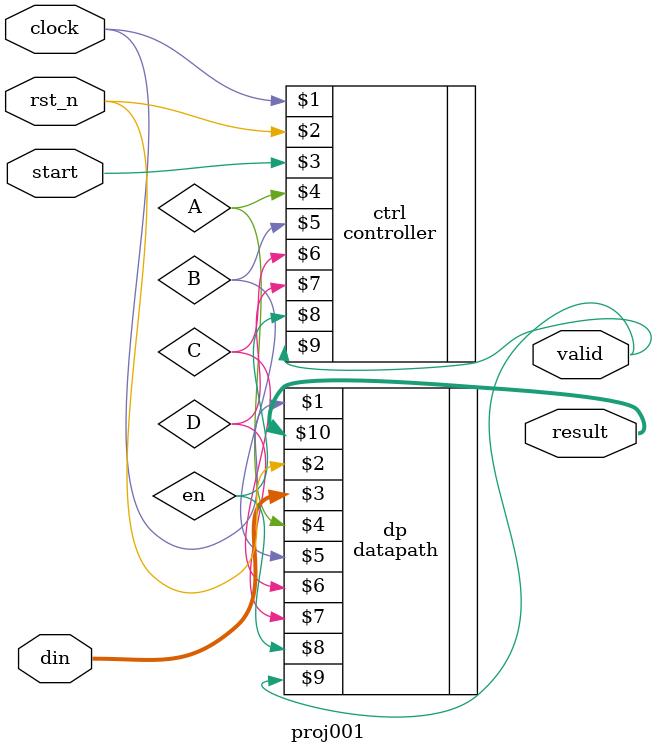
<source format=v>
module proj001 (
  input clock, rst_n,
  input [3:0] din,
  input start,
  output [4:0] result,
  output valid
);

wire A, B, C, D, en;

datapath dp (
  clock,
  rst_n,
  din,
  A,
  B,
  C,
  D,
  en,
  valid,
  result
);

controller ctrl (
  clock,
  rst_n,
  start,
  A,
  B,
  C,
  D,
  en,
  valid
);

endmodule

</source>
